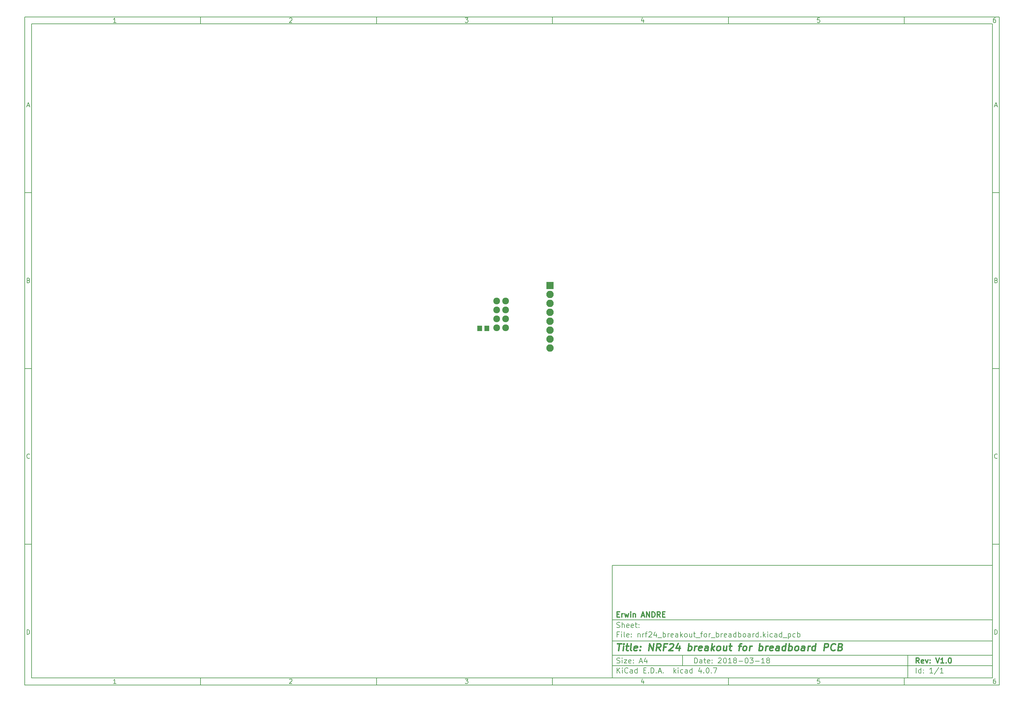
<source format=gts>
G04 #@! TF.FileFunction,Soldermask,Top*
%FSLAX46Y46*%
G04 Gerber Fmt 4.6, Leading zero omitted, Abs format (unit mm)*
G04 Created by KiCad (PCBNEW 4.0.7) date 03/19/18 18:58:34*
%MOMM*%
%LPD*%
G01*
G04 APERTURE LIST*
%ADD10C,0.100000*%
%ADD11C,0.150000*%
%ADD12C,0.300000*%
%ADD13C,0.400000*%
%ADD14C,1.924000*%
%ADD15R,2.100000X2.100000*%
%ADD16O,2.100000X2.100000*%
%ADD17R,1.400000X1.650000*%
G04 APERTURE END LIST*
D10*
D11*
X177002200Y-166007200D02*
X177002200Y-198007200D01*
X285002200Y-198007200D01*
X285002200Y-166007200D01*
X177002200Y-166007200D01*
D10*
D11*
X10000000Y-10000000D02*
X10000000Y-200007200D01*
X287002200Y-200007200D01*
X287002200Y-10000000D01*
X10000000Y-10000000D01*
D10*
D11*
X12000000Y-12000000D02*
X12000000Y-198007200D01*
X285002200Y-198007200D01*
X285002200Y-12000000D01*
X12000000Y-12000000D01*
D10*
D11*
X60000000Y-12000000D02*
X60000000Y-10000000D01*
D10*
D11*
X110000000Y-12000000D02*
X110000000Y-10000000D01*
D10*
D11*
X160000000Y-12000000D02*
X160000000Y-10000000D01*
D10*
D11*
X210000000Y-12000000D02*
X210000000Y-10000000D01*
D10*
D11*
X260000000Y-12000000D02*
X260000000Y-10000000D01*
D10*
D11*
X35990476Y-11588095D02*
X35247619Y-11588095D01*
X35619048Y-11588095D02*
X35619048Y-10288095D01*
X35495238Y-10473810D01*
X35371429Y-10597619D01*
X35247619Y-10659524D01*
D10*
D11*
X85247619Y-10411905D02*
X85309524Y-10350000D01*
X85433333Y-10288095D01*
X85742857Y-10288095D01*
X85866667Y-10350000D01*
X85928571Y-10411905D01*
X85990476Y-10535714D01*
X85990476Y-10659524D01*
X85928571Y-10845238D01*
X85185714Y-11588095D01*
X85990476Y-11588095D01*
D10*
D11*
X135185714Y-10288095D02*
X135990476Y-10288095D01*
X135557143Y-10783333D01*
X135742857Y-10783333D01*
X135866667Y-10845238D01*
X135928571Y-10907143D01*
X135990476Y-11030952D01*
X135990476Y-11340476D01*
X135928571Y-11464286D01*
X135866667Y-11526190D01*
X135742857Y-11588095D01*
X135371429Y-11588095D01*
X135247619Y-11526190D01*
X135185714Y-11464286D01*
D10*
D11*
X185866667Y-10721429D02*
X185866667Y-11588095D01*
X185557143Y-10226190D02*
X185247619Y-11154762D01*
X186052381Y-11154762D01*
D10*
D11*
X235928571Y-10288095D02*
X235309524Y-10288095D01*
X235247619Y-10907143D01*
X235309524Y-10845238D01*
X235433333Y-10783333D01*
X235742857Y-10783333D01*
X235866667Y-10845238D01*
X235928571Y-10907143D01*
X235990476Y-11030952D01*
X235990476Y-11340476D01*
X235928571Y-11464286D01*
X235866667Y-11526190D01*
X235742857Y-11588095D01*
X235433333Y-11588095D01*
X235309524Y-11526190D01*
X235247619Y-11464286D01*
D10*
D11*
X285866667Y-10288095D02*
X285619048Y-10288095D01*
X285495238Y-10350000D01*
X285433333Y-10411905D01*
X285309524Y-10597619D01*
X285247619Y-10845238D01*
X285247619Y-11340476D01*
X285309524Y-11464286D01*
X285371429Y-11526190D01*
X285495238Y-11588095D01*
X285742857Y-11588095D01*
X285866667Y-11526190D01*
X285928571Y-11464286D01*
X285990476Y-11340476D01*
X285990476Y-11030952D01*
X285928571Y-10907143D01*
X285866667Y-10845238D01*
X285742857Y-10783333D01*
X285495238Y-10783333D01*
X285371429Y-10845238D01*
X285309524Y-10907143D01*
X285247619Y-11030952D01*
D10*
D11*
X60000000Y-198007200D02*
X60000000Y-200007200D01*
D10*
D11*
X110000000Y-198007200D02*
X110000000Y-200007200D01*
D10*
D11*
X160000000Y-198007200D02*
X160000000Y-200007200D01*
D10*
D11*
X210000000Y-198007200D02*
X210000000Y-200007200D01*
D10*
D11*
X260000000Y-198007200D02*
X260000000Y-200007200D01*
D10*
D11*
X35990476Y-199595295D02*
X35247619Y-199595295D01*
X35619048Y-199595295D02*
X35619048Y-198295295D01*
X35495238Y-198481010D01*
X35371429Y-198604819D01*
X35247619Y-198666724D01*
D10*
D11*
X85247619Y-198419105D02*
X85309524Y-198357200D01*
X85433333Y-198295295D01*
X85742857Y-198295295D01*
X85866667Y-198357200D01*
X85928571Y-198419105D01*
X85990476Y-198542914D01*
X85990476Y-198666724D01*
X85928571Y-198852438D01*
X85185714Y-199595295D01*
X85990476Y-199595295D01*
D10*
D11*
X135185714Y-198295295D02*
X135990476Y-198295295D01*
X135557143Y-198790533D01*
X135742857Y-198790533D01*
X135866667Y-198852438D01*
X135928571Y-198914343D01*
X135990476Y-199038152D01*
X135990476Y-199347676D01*
X135928571Y-199471486D01*
X135866667Y-199533390D01*
X135742857Y-199595295D01*
X135371429Y-199595295D01*
X135247619Y-199533390D01*
X135185714Y-199471486D01*
D10*
D11*
X185866667Y-198728629D02*
X185866667Y-199595295D01*
X185557143Y-198233390D02*
X185247619Y-199161962D01*
X186052381Y-199161962D01*
D10*
D11*
X235928571Y-198295295D02*
X235309524Y-198295295D01*
X235247619Y-198914343D01*
X235309524Y-198852438D01*
X235433333Y-198790533D01*
X235742857Y-198790533D01*
X235866667Y-198852438D01*
X235928571Y-198914343D01*
X235990476Y-199038152D01*
X235990476Y-199347676D01*
X235928571Y-199471486D01*
X235866667Y-199533390D01*
X235742857Y-199595295D01*
X235433333Y-199595295D01*
X235309524Y-199533390D01*
X235247619Y-199471486D01*
D10*
D11*
X285866667Y-198295295D02*
X285619048Y-198295295D01*
X285495238Y-198357200D01*
X285433333Y-198419105D01*
X285309524Y-198604819D01*
X285247619Y-198852438D01*
X285247619Y-199347676D01*
X285309524Y-199471486D01*
X285371429Y-199533390D01*
X285495238Y-199595295D01*
X285742857Y-199595295D01*
X285866667Y-199533390D01*
X285928571Y-199471486D01*
X285990476Y-199347676D01*
X285990476Y-199038152D01*
X285928571Y-198914343D01*
X285866667Y-198852438D01*
X285742857Y-198790533D01*
X285495238Y-198790533D01*
X285371429Y-198852438D01*
X285309524Y-198914343D01*
X285247619Y-199038152D01*
D10*
D11*
X10000000Y-60000000D02*
X12000000Y-60000000D01*
D10*
D11*
X10000000Y-110000000D02*
X12000000Y-110000000D01*
D10*
D11*
X10000000Y-160000000D02*
X12000000Y-160000000D01*
D10*
D11*
X10690476Y-35216667D02*
X11309524Y-35216667D01*
X10566667Y-35588095D02*
X11000000Y-34288095D01*
X11433333Y-35588095D01*
D10*
D11*
X11092857Y-84907143D02*
X11278571Y-84969048D01*
X11340476Y-85030952D01*
X11402381Y-85154762D01*
X11402381Y-85340476D01*
X11340476Y-85464286D01*
X11278571Y-85526190D01*
X11154762Y-85588095D01*
X10659524Y-85588095D01*
X10659524Y-84288095D01*
X11092857Y-84288095D01*
X11216667Y-84350000D01*
X11278571Y-84411905D01*
X11340476Y-84535714D01*
X11340476Y-84659524D01*
X11278571Y-84783333D01*
X11216667Y-84845238D01*
X11092857Y-84907143D01*
X10659524Y-84907143D01*
D10*
D11*
X11402381Y-135464286D02*
X11340476Y-135526190D01*
X11154762Y-135588095D01*
X11030952Y-135588095D01*
X10845238Y-135526190D01*
X10721429Y-135402381D01*
X10659524Y-135278571D01*
X10597619Y-135030952D01*
X10597619Y-134845238D01*
X10659524Y-134597619D01*
X10721429Y-134473810D01*
X10845238Y-134350000D01*
X11030952Y-134288095D01*
X11154762Y-134288095D01*
X11340476Y-134350000D01*
X11402381Y-134411905D01*
D10*
D11*
X10659524Y-185588095D02*
X10659524Y-184288095D01*
X10969048Y-184288095D01*
X11154762Y-184350000D01*
X11278571Y-184473810D01*
X11340476Y-184597619D01*
X11402381Y-184845238D01*
X11402381Y-185030952D01*
X11340476Y-185278571D01*
X11278571Y-185402381D01*
X11154762Y-185526190D01*
X10969048Y-185588095D01*
X10659524Y-185588095D01*
D10*
D11*
X287002200Y-60000000D02*
X285002200Y-60000000D01*
D10*
D11*
X287002200Y-110000000D02*
X285002200Y-110000000D01*
D10*
D11*
X287002200Y-160000000D02*
X285002200Y-160000000D01*
D10*
D11*
X285692676Y-35216667D02*
X286311724Y-35216667D01*
X285568867Y-35588095D02*
X286002200Y-34288095D01*
X286435533Y-35588095D01*
D10*
D11*
X286095057Y-84907143D02*
X286280771Y-84969048D01*
X286342676Y-85030952D01*
X286404581Y-85154762D01*
X286404581Y-85340476D01*
X286342676Y-85464286D01*
X286280771Y-85526190D01*
X286156962Y-85588095D01*
X285661724Y-85588095D01*
X285661724Y-84288095D01*
X286095057Y-84288095D01*
X286218867Y-84350000D01*
X286280771Y-84411905D01*
X286342676Y-84535714D01*
X286342676Y-84659524D01*
X286280771Y-84783333D01*
X286218867Y-84845238D01*
X286095057Y-84907143D01*
X285661724Y-84907143D01*
D10*
D11*
X286404581Y-135464286D02*
X286342676Y-135526190D01*
X286156962Y-135588095D01*
X286033152Y-135588095D01*
X285847438Y-135526190D01*
X285723629Y-135402381D01*
X285661724Y-135278571D01*
X285599819Y-135030952D01*
X285599819Y-134845238D01*
X285661724Y-134597619D01*
X285723629Y-134473810D01*
X285847438Y-134350000D01*
X286033152Y-134288095D01*
X286156962Y-134288095D01*
X286342676Y-134350000D01*
X286404581Y-134411905D01*
D10*
D11*
X285661724Y-185588095D02*
X285661724Y-184288095D01*
X285971248Y-184288095D01*
X286156962Y-184350000D01*
X286280771Y-184473810D01*
X286342676Y-184597619D01*
X286404581Y-184845238D01*
X286404581Y-185030952D01*
X286342676Y-185278571D01*
X286280771Y-185402381D01*
X286156962Y-185526190D01*
X285971248Y-185588095D01*
X285661724Y-185588095D01*
D10*
D11*
X200359343Y-193785771D02*
X200359343Y-192285771D01*
X200716486Y-192285771D01*
X200930771Y-192357200D01*
X201073629Y-192500057D01*
X201145057Y-192642914D01*
X201216486Y-192928629D01*
X201216486Y-193142914D01*
X201145057Y-193428629D01*
X201073629Y-193571486D01*
X200930771Y-193714343D01*
X200716486Y-193785771D01*
X200359343Y-193785771D01*
X202502200Y-193785771D02*
X202502200Y-193000057D01*
X202430771Y-192857200D01*
X202287914Y-192785771D01*
X202002200Y-192785771D01*
X201859343Y-192857200D01*
X202502200Y-193714343D02*
X202359343Y-193785771D01*
X202002200Y-193785771D01*
X201859343Y-193714343D01*
X201787914Y-193571486D01*
X201787914Y-193428629D01*
X201859343Y-193285771D01*
X202002200Y-193214343D01*
X202359343Y-193214343D01*
X202502200Y-193142914D01*
X203002200Y-192785771D02*
X203573629Y-192785771D01*
X203216486Y-192285771D02*
X203216486Y-193571486D01*
X203287914Y-193714343D01*
X203430772Y-193785771D01*
X203573629Y-193785771D01*
X204645057Y-193714343D02*
X204502200Y-193785771D01*
X204216486Y-193785771D01*
X204073629Y-193714343D01*
X204002200Y-193571486D01*
X204002200Y-193000057D01*
X204073629Y-192857200D01*
X204216486Y-192785771D01*
X204502200Y-192785771D01*
X204645057Y-192857200D01*
X204716486Y-193000057D01*
X204716486Y-193142914D01*
X204002200Y-193285771D01*
X205359343Y-193642914D02*
X205430771Y-193714343D01*
X205359343Y-193785771D01*
X205287914Y-193714343D01*
X205359343Y-193642914D01*
X205359343Y-193785771D01*
X205359343Y-192857200D02*
X205430771Y-192928629D01*
X205359343Y-193000057D01*
X205287914Y-192928629D01*
X205359343Y-192857200D01*
X205359343Y-193000057D01*
X207145057Y-192428629D02*
X207216486Y-192357200D01*
X207359343Y-192285771D01*
X207716486Y-192285771D01*
X207859343Y-192357200D01*
X207930772Y-192428629D01*
X208002200Y-192571486D01*
X208002200Y-192714343D01*
X207930772Y-192928629D01*
X207073629Y-193785771D01*
X208002200Y-193785771D01*
X208930771Y-192285771D02*
X209073628Y-192285771D01*
X209216485Y-192357200D01*
X209287914Y-192428629D01*
X209359343Y-192571486D01*
X209430771Y-192857200D01*
X209430771Y-193214343D01*
X209359343Y-193500057D01*
X209287914Y-193642914D01*
X209216485Y-193714343D01*
X209073628Y-193785771D01*
X208930771Y-193785771D01*
X208787914Y-193714343D01*
X208716485Y-193642914D01*
X208645057Y-193500057D01*
X208573628Y-193214343D01*
X208573628Y-192857200D01*
X208645057Y-192571486D01*
X208716485Y-192428629D01*
X208787914Y-192357200D01*
X208930771Y-192285771D01*
X210859342Y-193785771D02*
X210002199Y-193785771D01*
X210430771Y-193785771D02*
X210430771Y-192285771D01*
X210287914Y-192500057D01*
X210145056Y-192642914D01*
X210002199Y-192714343D01*
X211716485Y-192928629D02*
X211573627Y-192857200D01*
X211502199Y-192785771D01*
X211430770Y-192642914D01*
X211430770Y-192571486D01*
X211502199Y-192428629D01*
X211573627Y-192357200D01*
X211716485Y-192285771D01*
X212002199Y-192285771D01*
X212145056Y-192357200D01*
X212216485Y-192428629D01*
X212287913Y-192571486D01*
X212287913Y-192642914D01*
X212216485Y-192785771D01*
X212145056Y-192857200D01*
X212002199Y-192928629D01*
X211716485Y-192928629D01*
X211573627Y-193000057D01*
X211502199Y-193071486D01*
X211430770Y-193214343D01*
X211430770Y-193500057D01*
X211502199Y-193642914D01*
X211573627Y-193714343D01*
X211716485Y-193785771D01*
X212002199Y-193785771D01*
X212145056Y-193714343D01*
X212216485Y-193642914D01*
X212287913Y-193500057D01*
X212287913Y-193214343D01*
X212216485Y-193071486D01*
X212145056Y-193000057D01*
X212002199Y-192928629D01*
X212930770Y-193214343D02*
X214073627Y-193214343D01*
X215073627Y-192285771D02*
X215216484Y-192285771D01*
X215359341Y-192357200D01*
X215430770Y-192428629D01*
X215502199Y-192571486D01*
X215573627Y-192857200D01*
X215573627Y-193214343D01*
X215502199Y-193500057D01*
X215430770Y-193642914D01*
X215359341Y-193714343D01*
X215216484Y-193785771D01*
X215073627Y-193785771D01*
X214930770Y-193714343D01*
X214859341Y-193642914D01*
X214787913Y-193500057D01*
X214716484Y-193214343D01*
X214716484Y-192857200D01*
X214787913Y-192571486D01*
X214859341Y-192428629D01*
X214930770Y-192357200D01*
X215073627Y-192285771D01*
X216073627Y-192285771D02*
X217002198Y-192285771D01*
X216502198Y-192857200D01*
X216716484Y-192857200D01*
X216859341Y-192928629D01*
X216930770Y-193000057D01*
X217002198Y-193142914D01*
X217002198Y-193500057D01*
X216930770Y-193642914D01*
X216859341Y-193714343D01*
X216716484Y-193785771D01*
X216287912Y-193785771D01*
X216145055Y-193714343D01*
X216073627Y-193642914D01*
X217645055Y-193214343D02*
X218787912Y-193214343D01*
X220287912Y-193785771D02*
X219430769Y-193785771D01*
X219859341Y-193785771D02*
X219859341Y-192285771D01*
X219716484Y-192500057D01*
X219573626Y-192642914D01*
X219430769Y-192714343D01*
X221145055Y-192928629D02*
X221002197Y-192857200D01*
X220930769Y-192785771D01*
X220859340Y-192642914D01*
X220859340Y-192571486D01*
X220930769Y-192428629D01*
X221002197Y-192357200D01*
X221145055Y-192285771D01*
X221430769Y-192285771D01*
X221573626Y-192357200D01*
X221645055Y-192428629D01*
X221716483Y-192571486D01*
X221716483Y-192642914D01*
X221645055Y-192785771D01*
X221573626Y-192857200D01*
X221430769Y-192928629D01*
X221145055Y-192928629D01*
X221002197Y-193000057D01*
X220930769Y-193071486D01*
X220859340Y-193214343D01*
X220859340Y-193500057D01*
X220930769Y-193642914D01*
X221002197Y-193714343D01*
X221145055Y-193785771D01*
X221430769Y-193785771D01*
X221573626Y-193714343D01*
X221645055Y-193642914D01*
X221716483Y-193500057D01*
X221716483Y-193214343D01*
X221645055Y-193071486D01*
X221573626Y-193000057D01*
X221430769Y-192928629D01*
D10*
D11*
X177002200Y-194507200D02*
X285002200Y-194507200D01*
D10*
D11*
X178359343Y-196585771D02*
X178359343Y-195085771D01*
X179216486Y-196585771D02*
X178573629Y-195728629D01*
X179216486Y-195085771D02*
X178359343Y-195942914D01*
X179859343Y-196585771D02*
X179859343Y-195585771D01*
X179859343Y-195085771D02*
X179787914Y-195157200D01*
X179859343Y-195228629D01*
X179930771Y-195157200D01*
X179859343Y-195085771D01*
X179859343Y-195228629D01*
X181430772Y-196442914D02*
X181359343Y-196514343D01*
X181145057Y-196585771D01*
X181002200Y-196585771D01*
X180787915Y-196514343D01*
X180645057Y-196371486D01*
X180573629Y-196228629D01*
X180502200Y-195942914D01*
X180502200Y-195728629D01*
X180573629Y-195442914D01*
X180645057Y-195300057D01*
X180787915Y-195157200D01*
X181002200Y-195085771D01*
X181145057Y-195085771D01*
X181359343Y-195157200D01*
X181430772Y-195228629D01*
X182716486Y-196585771D02*
X182716486Y-195800057D01*
X182645057Y-195657200D01*
X182502200Y-195585771D01*
X182216486Y-195585771D01*
X182073629Y-195657200D01*
X182716486Y-196514343D02*
X182573629Y-196585771D01*
X182216486Y-196585771D01*
X182073629Y-196514343D01*
X182002200Y-196371486D01*
X182002200Y-196228629D01*
X182073629Y-196085771D01*
X182216486Y-196014343D01*
X182573629Y-196014343D01*
X182716486Y-195942914D01*
X184073629Y-196585771D02*
X184073629Y-195085771D01*
X184073629Y-196514343D02*
X183930772Y-196585771D01*
X183645058Y-196585771D01*
X183502200Y-196514343D01*
X183430772Y-196442914D01*
X183359343Y-196300057D01*
X183359343Y-195871486D01*
X183430772Y-195728629D01*
X183502200Y-195657200D01*
X183645058Y-195585771D01*
X183930772Y-195585771D01*
X184073629Y-195657200D01*
X185930772Y-195800057D02*
X186430772Y-195800057D01*
X186645058Y-196585771D02*
X185930772Y-196585771D01*
X185930772Y-195085771D01*
X186645058Y-195085771D01*
X187287915Y-196442914D02*
X187359343Y-196514343D01*
X187287915Y-196585771D01*
X187216486Y-196514343D01*
X187287915Y-196442914D01*
X187287915Y-196585771D01*
X188002201Y-196585771D02*
X188002201Y-195085771D01*
X188359344Y-195085771D01*
X188573629Y-195157200D01*
X188716487Y-195300057D01*
X188787915Y-195442914D01*
X188859344Y-195728629D01*
X188859344Y-195942914D01*
X188787915Y-196228629D01*
X188716487Y-196371486D01*
X188573629Y-196514343D01*
X188359344Y-196585771D01*
X188002201Y-196585771D01*
X189502201Y-196442914D02*
X189573629Y-196514343D01*
X189502201Y-196585771D01*
X189430772Y-196514343D01*
X189502201Y-196442914D01*
X189502201Y-196585771D01*
X190145058Y-196157200D02*
X190859344Y-196157200D01*
X190002201Y-196585771D02*
X190502201Y-195085771D01*
X191002201Y-196585771D01*
X191502201Y-196442914D02*
X191573629Y-196514343D01*
X191502201Y-196585771D01*
X191430772Y-196514343D01*
X191502201Y-196442914D01*
X191502201Y-196585771D01*
X194502201Y-196585771D02*
X194502201Y-195085771D01*
X194645058Y-196014343D02*
X195073629Y-196585771D01*
X195073629Y-195585771D02*
X194502201Y-196157200D01*
X195716487Y-196585771D02*
X195716487Y-195585771D01*
X195716487Y-195085771D02*
X195645058Y-195157200D01*
X195716487Y-195228629D01*
X195787915Y-195157200D01*
X195716487Y-195085771D01*
X195716487Y-195228629D01*
X197073630Y-196514343D02*
X196930773Y-196585771D01*
X196645059Y-196585771D01*
X196502201Y-196514343D01*
X196430773Y-196442914D01*
X196359344Y-196300057D01*
X196359344Y-195871486D01*
X196430773Y-195728629D01*
X196502201Y-195657200D01*
X196645059Y-195585771D01*
X196930773Y-195585771D01*
X197073630Y-195657200D01*
X198359344Y-196585771D02*
X198359344Y-195800057D01*
X198287915Y-195657200D01*
X198145058Y-195585771D01*
X197859344Y-195585771D01*
X197716487Y-195657200D01*
X198359344Y-196514343D02*
X198216487Y-196585771D01*
X197859344Y-196585771D01*
X197716487Y-196514343D01*
X197645058Y-196371486D01*
X197645058Y-196228629D01*
X197716487Y-196085771D01*
X197859344Y-196014343D01*
X198216487Y-196014343D01*
X198359344Y-195942914D01*
X199716487Y-196585771D02*
X199716487Y-195085771D01*
X199716487Y-196514343D02*
X199573630Y-196585771D01*
X199287916Y-196585771D01*
X199145058Y-196514343D01*
X199073630Y-196442914D01*
X199002201Y-196300057D01*
X199002201Y-195871486D01*
X199073630Y-195728629D01*
X199145058Y-195657200D01*
X199287916Y-195585771D01*
X199573630Y-195585771D01*
X199716487Y-195657200D01*
X202216487Y-195585771D02*
X202216487Y-196585771D01*
X201859344Y-195014343D02*
X201502201Y-196085771D01*
X202430773Y-196085771D01*
X203002201Y-196442914D02*
X203073629Y-196514343D01*
X203002201Y-196585771D01*
X202930772Y-196514343D01*
X203002201Y-196442914D01*
X203002201Y-196585771D01*
X204002201Y-195085771D02*
X204145058Y-195085771D01*
X204287915Y-195157200D01*
X204359344Y-195228629D01*
X204430773Y-195371486D01*
X204502201Y-195657200D01*
X204502201Y-196014343D01*
X204430773Y-196300057D01*
X204359344Y-196442914D01*
X204287915Y-196514343D01*
X204145058Y-196585771D01*
X204002201Y-196585771D01*
X203859344Y-196514343D01*
X203787915Y-196442914D01*
X203716487Y-196300057D01*
X203645058Y-196014343D01*
X203645058Y-195657200D01*
X203716487Y-195371486D01*
X203787915Y-195228629D01*
X203859344Y-195157200D01*
X204002201Y-195085771D01*
X205145058Y-196442914D02*
X205216486Y-196514343D01*
X205145058Y-196585771D01*
X205073629Y-196514343D01*
X205145058Y-196442914D01*
X205145058Y-196585771D01*
X205716487Y-195085771D02*
X206716487Y-195085771D01*
X206073630Y-196585771D01*
D10*
D11*
X177002200Y-191507200D02*
X285002200Y-191507200D01*
D10*
D12*
X264216486Y-193785771D02*
X263716486Y-193071486D01*
X263359343Y-193785771D02*
X263359343Y-192285771D01*
X263930771Y-192285771D01*
X264073629Y-192357200D01*
X264145057Y-192428629D01*
X264216486Y-192571486D01*
X264216486Y-192785771D01*
X264145057Y-192928629D01*
X264073629Y-193000057D01*
X263930771Y-193071486D01*
X263359343Y-193071486D01*
X265430771Y-193714343D02*
X265287914Y-193785771D01*
X265002200Y-193785771D01*
X264859343Y-193714343D01*
X264787914Y-193571486D01*
X264787914Y-193000057D01*
X264859343Y-192857200D01*
X265002200Y-192785771D01*
X265287914Y-192785771D01*
X265430771Y-192857200D01*
X265502200Y-193000057D01*
X265502200Y-193142914D01*
X264787914Y-193285771D01*
X266002200Y-192785771D02*
X266359343Y-193785771D01*
X266716485Y-192785771D01*
X267287914Y-193642914D02*
X267359342Y-193714343D01*
X267287914Y-193785771D01*
X267216485Y-193714343D01*
X267287914Y-193642914D01*
X267287914Y-193785771D01*
X267287914Y-192857200D02*
X267359342Y-192928629D01*
X267287914Y-193000057D01*
X267216485Y-192928629D01*
X267287914Y-192857200D01*
X267287914Y-193000057D01*
X268930771Y-192285771D02*
X269430771Y-193785771D01*
X269930771Y-192285771D01*
X271216485Y-193785771D02*
X270359342Y-193785771D01*
X270787914Y-193785771D02*
X270787914Y-192285771D01*
X270645057Y-192500057D01*
X270502199Y-192642914D01*
X270359342Y-192714343D01*
X271859342Y-193642914D02*
X271930770Y-193714343D01*
X271859342Y-193785771D01*
X271787913Y-193714343D01*
X271859342Y-193642914D01*
X271859342Y-193785771D01*
X272859342Y-192285771D02*
X273002199Y-192285771D01*
X273145056Y-192357200D01*
X273216485Y-192428629D01*
X273287914Y-192571486D01*
X273359342Y-192857200D01*
X273359342Y-193214343D01*
X273287914Y-193500057D01*
X273216485Y-193642914D01*
X273145056Y-193714343D01*
X273002199Y-193785771D01*
X272859342Y-193785771D01*
X272716485Y-193714343D01*
X272645056Y-193642914D01*
X272573628Y-193500057D01*
X272502199Y-193214343D01*
X272502199Y-192857200D01*
X272573628Y-192571486D01*
X272645056Y-192428629D01*
X272716485Y-192357200D01*
X272859342Y-192285771D01*
D10*
D11*
X178287914Y-193714343D02*
X178502200Y-193785771D01*
X178859343Y-193785771D01*
X179002200Y-193714343D01*
X179073629Y-193642914D01*
X179145057Y-193500057D01*
X179145057Y-193357200D01*
X179073629Y-193214343D01*
X179002200Y-193142914D01*
X178859343Y-193071486D01*
X178573629Y-193000057D01*
X178430771Y-192928629D01*
X178359343Y-192857200D01*
X178287914Y-192714343D01*
X178287914Y-192571486D01*
X178359343Y-192428629D01*
X178430771Y-192357200D01*
X178573629Y-192285771D01*
X178930771Y-192285771D01*
X179145057Y-192357200D01*
X179787914Y-193785771D02*
X179787914Y-192785771D01*
X179787914Y-192285771D02*
X179716485Y-192357200D01*
X179787914Y-192428629D01*
X179859342Y-192357200D01*
X179787914Y-192285771D01*
X179787914Y-192428629D01*
X180359343Y-192785771D02*
X181145057Y-192785771D01*
X180359343Y-193785771D01*
X181145057Y-193785771D01*
X182287914Y-193714343D02*
X182145057Y-193785771D01*
X181859343Y-193785771D01*
X181716486Y-193714343D01*
X181645057Y-193571486D01*
X181645057Y-193000057D01*
X181716486Y-192857200D01*
X181859343Y-192785771D01*
X182145057Y-192785771D01*
X182287914Y-192857200D01*
X182359343Y-193000057D01*
X182359343Y-193142914D01*
X181645057Y-193285771D01*
X183002200Y-193642914D02*
X183073628Y-193714343D01*
X183002200Y-193785771D01*
X182930771Y-193714343D01*
X183002200Y-193642914D01*
X183002200Y-193785771D01*
X183002200Y-192857200D02*
X183073628Y-192928629D01*
X183002200Y-193000057D01*
X182930771Y-192928629D01*
X183002200Y-192857200D01*
X183002200Y-193000057D01*
X184787914Y-193357200D02*
X185502200Y-193357200D01*
X184645057Y-193785771D02*
X185145057Y-192285771D01*
X185645057Y-193785771D01*
X186787914Y-192785771D02*
X186787914Y-193785771D01*
X186430771Y-192214343D02*
X186073628Y-193285771D01*
X187002200Y-193285771D01*
D10*
D11*
X263359343Y-196585771D02*
X263359343Y-195085771D01*
X264716486Y-196585771D02*
X264716486Y-195085771D01*
X264716486Y-196514343D02*
X264573629Y-196585771D01*
X264287915Y-196585771D01*
X264145057Y-196514343D01*
X264073629Y-196442914D01*
X264002200Y-196300057D01*
X264002200Y-195871486D01*
X264073629Y-195728629D01*
X264145057Y-195657200D01*
X264287915Y-195585771D01*
X264573629Y-195585771D01*
X264716486Y-195657200D01*
X265430772Y-196442914D02*
X265502200Y-196514343D01*
X265430772Y-196585771D01*
X265359343Y-196514343D01*
X265430772Y-196442914D01*
X265430772Y-196585771D01*
X265430772Y-195657200D02*
X265502200Y-195728629D01*
X265430772Y-195800057D01*
X265359343Y-195728629D01*
X265430772Y-195657200D01*
X265430772Y-195800057D01*
X268073629Y-196585771D02*
X267216486Y-196585771D01*
X267645058Y-196585771D02*
X267645058Y-195085771D01*
X267502201Y-195300057D01*
X267359343Y-195442914D01*
X267216486Y-195514343D01*
X269787914Y-195014343D02*
X268502200Y-196942914D01*
X271073629Y-196585771D02*
X270216486Y-196585771D01*
X270645058Y-196585771D02*
X270645058Y-195085771D01*
X270502201Y-195300057D01*
X270359343Y-195442914D01*
X270216486Y-195514343D01*
D10*
D11*
X177002200Y-187507200D02*
X285002200Y-187507200D01*
D10*
D13*
X178454581Y-188211962D02*
X179597438Y-188211962D01*
X178776010Y-190211962D02*
X179026010Y-188211962D01*
X180014105Y-190211962D02*
X180180771Y-188878629D01*
X180264105Y-188211962D02*
X180156962Y-188307200D01*
X180240295Y-188402438D01*
X180347439Y-188307200D01*
X180264105Y-188211962D01*
X180240295Y-188402438D01*
X180847438Y-188878629D02*
X181609343Y-188878629D01*
X181216486Y-188211962D02*
X181002200Y-189926248D01*
X181073630Y-190116724D01*
X181252201Y-190211962D01*
X181442677Y-190211962D01*
X182395058Y-190211962D02*
X182216487Y-190116724D01*
X182145057Y-189926248D01*
X182359343Y-188211962D01*
X183930772Y-190116724D02*
X183728391Y-190211962D01*
X183347439Y-190211962D01*
X183168867Y-190116724D01*
X183097438Y-189926248D01*
X183192676Y-189164343D01*
X183311724Y-188973867D01*
X183514105Y-188878629D01*
X183895057Y-188878629D01*
X184073629Y-188973867D01*
X184145057Y-189164343D01*
X184121248Y-189354819D01*
X183145057Y-189545295D01*
X184895057Y-190021486D02*
X184978392Y-190116724D01*
X184871248Y-190211962D01*
X184787915Y-190116724D01*
X184895057Y-190021486D01*
X184871248Y-190211962D01*
X185026010Y-188973867D02*
X185109344Y-189069105D01*
X185002200Y-189164343D01*
X184918867Y-189069105D01*
X185026010Y-188973867D01*
X185002200Y-189164343D01*
X187347439Y-190211962D02*
X187597439Y-188211962D01*
X188490297Y-190211962D01*
X188740297Y-188211962D01*
X190585535Y-190211962D02*
X190037915Y-189259581D01*
X189442677Y-190211962D02*
X189692677Y-188211962D01*
X190454582Y-188211962D01*
X190633153Y-188307200D01*
X190716487Y-188402438D01*
X190787916Y-188592914D01*
X190752201Y-188878629D01*
X190633154Y-189069105D01*
X190526010Y-189164343D01*
X190323629Y-189259581D01*
X189561724Y-189259581D01*
X192240296Y-189164343D02*
X191573629Y-189164343D01*
X191442677Y-190211962D02*
X191692677Y-188211962D01*
X192645058Y-188211962D01*
X193287915Y-188402438D02*
X193395058Y-188307200D01*
X193597440Y-188211962D01*
X194073630Y-188211962D01*
X194252201Y-188307200D01*
X194335534Y-188402438D01*
X194406964Y-188592914D01*
X194383154Y-188783390D01*
X194252201Y-189069105D01*
X192966487Y-190211962D01*
X194204583Y-190211962D01*
X196085534Y-188878629D02*
X195918868Y-190211962D01*
X195704583Y-188116724D02*
X195049820Y-189545295D01*
X196287916Y-189545295D01*
X198490297Y-190211962D02*
X198740297Y-188211962D01*
X198645059Y-188973867D02*
X198847440Y-188878629D01*
X199228392Y-188878629D01*
X199406964Y-188973867D01*
X199490297Y-189069105D01*
X199561725Y-189259581D01*
X199490297Y-189831010D01*
X199371249Y-190021486D01*
X199264107Y-190116724D01*
X199061726Y-190211962D01*
X198680774Y-190211962D01*
X198502202Y-190116724D01*
X200299821Y-190211962D02*
X200466487Y-188878629D01*
X200418868Y-189259581D02*
X200537917Y-189069105D01*
X200645060Y-188973867D01*
X200847440Y-188878629D01*
X201037916Y-188878629D01*
X202311726Y-190116724D02*
X202109345Y-190211962D01*
X201728393Y-190211962D01*
X201549821Y-190116724D01*
X201478392Y-189926248D01*
X201573630Y-189164343D01*
X201692678Y-188973867D01*
X201895059Y-188878629D01*
X202276011Y-188878629D01*
X202454583Y-188973867D01*
X202526011Y-189164343D01*
X202502202Y-189354819D01*
X201526011Y-189545295D01*
X204109345Y-190211962D02*
X204240297Y-189164343D01*
X204168869Y-188973867D01*
X203990297Y-188878629D01*
X203609345Y-188878629D01*
X203406964Y-188973867D01*
X204121250Y-190116724D02*
X203918869Y-190211962D01*
X203442679Y-190211962D01*
X203264107Y-190116724D01*
X203192678Y-189926248D01*
X203216488Y-189735771D01*
X203335535Y-189545295D01*
X203537917Y-189450057D01*
X204014107Y-189450057D01*
X204216488Y-189354819D01*
X205061726Y-190211962D02*
X205311726Y-188211962D01*
X205347441Y-189450057D02*
X205823631Y-190211962D01*
X205990297Y-188878629D02*
X205133154Y-189640533D01*
X206966489Y-190211962D02*
X206787918Y-190116724D01*
X206704583Y-190021486D01*
X206633155Y-189831010D01*
X206704583Y-189259581D01*
X206823631Y-189069105D01*
X206930775Y-188973867D01*
X207133155Y-188878629D01*
X207418869Y-188878629D01*
X207597441Y-188973867D01*
X207680774Y-189069105D01*
X207752202Y-189259581D01*
X207680774Y-189831010D01*
X207561726Y-190021486D01*
X207454584Y-190116724D01*
X207252203Y-190211962D01*
X206966489Y-190211962D01*
X209514107Y-188878629D02*
X209347441Y-190211962D01*
X208656964Y-188878629D02*
X208526012Y-189926248D01*
X208597442Y-190116724D01*
X208776013Y-190211962D01*
X209061727Y-190211962D01*
X209264108Y-190116724D01*
X209371250Y-190021486D01*
X210180774Y-188878629D02*
X210942679Y-188878629D01*
X210549822Y-188211962D02*
X210335536Y-189926248D01*
X210406966Y-190116724D01*
X210585537Y-190211962D01*
X210776013Y-190211962D01*
X212847441Y-188878629D02*
X213609346Y-188878629D01*
X212966489Y-190211962D02*
X213180775Y-188497676D01*
X213299823Y-188307200D01*
X213502204Y-188211962D01*
X213692680Y-188211962D01*
X214395061Y-190211962D02*
X214216490Y-190116724D01*
X214133155Y-190021486D01*
X214061727Y-189831010D01*
X214133155Y-189259581D01*
X214252203Y-189069105D01*
X214359347Y-188973867D01*
X214561727Y-188878629D01*
X214847441Y-188878629D01*
X215026013Y-188973867D01*
X215109346Y-189069105D01*
X215180774Y-189259581D01*
X215109346Y-189831010D01*
X214990298Y-190021486D01*
X214883156Y-190116724D01*
X214680775Y-190211962D01*
X214395061Y-190211962D01*
X215918870Y-190211962D02*
X216085536Y-188878629D01*
X216037917Y-189259581D02*
X216156966Y-189069105D01*
X216264109Y-188973867D01*
X216466489Y-188878629D01*
X216656965Y-188878629D01*
X218680775Y-190211962D02*
X218930775Y-188211962D01*
X218835537Y-188973867D02*
X219037918Y-188878629D01*
X219418870Y-188878629D01*
X219597442Y-188973867D01*
X219680775Y-189069105D01*
X219752203Y-189259581D01*
X219680775Y-189831010D01*
X219561727Y-190021486D01*
X219454585Y-190116724D01*
X219252204Y-190211962D01*
X218871252Y-190211962D01*
X218692680Y-190116724D01*
X220490299Y-190211962D02*
X220656965Y-188878629D01*
X220609346Y-189259581D02*
X220728395Y-189069105D01*
X220835538Y-188973867D01*
X221037918Y-188878629D01*
X221228394Y-188878629D01*
X222502204Y-190116724D02*
X222299823Y-190211962D01*
X221918871Y-190211962D01*
X221740299Y-190116724D01*
X221668870Y-189926248D01*
X221764108Y-189164343D01*
X221883156Y-188973867D01*
X222085537Y-188878629D01*
X222466489Y-188878629D01*
X222645061Y-188973867D01*
X222716489Y-189164343D01*
X222692680Y-189354819D01*
X221716489Y-189545295D01*
X224299823Y-190211962D02*
X224430775Y-189164343D01*
X224359347Y-188973867D01*
X224180775Y-188878629D01*
X223799823Y-188878629D01*
X223597442Y-188973867D01*
X224311728Y-190116724D02*
X224109347Y-190211962D01*
X223633157Y-190211962D01*
X223454585Y-190116724D01*
X223383156Y-189926248D01*
X223406966Y-189735771D01*
X223526013Y-189545295D01*
X223728395Y-189450057D01*
X224204585Y-189450057D01*
X224406966Y-189354819D01*
X226109347Y-190211962D02*
X226359347Y-188211962D01*
X226121252Y-190116724D02*
X225918871Y-190211962D01*
X225537919Y-190211962D01*
X225359348Y-190116724D01*
X225276013Y-190021486D01*
X225204585Y-189831010D01*
X225276013Y-189259581D01*
X225395061Y-189069105D01*
X225502205Y-188973867D01*
X225704585Y-188878629D01*
X226085537Y-188878629D01*
X226264109Y-188973867D01*
X227061728Y-190211962D02*
X227311728Y-188211962D01*
X227216490Y-188973867D02*
X227418871Y-188878629D01*
X227799823Y-188878629D01*
X227978395Y-188973867D01*
X228061728Y-189069105D01*
X228133156Y-189259581D01*
X228061728Y-189831010D01*
X227942680Y-190021486D01*
X227835538Y-190116724D01*
X227633157Y-190211962D01*
X227252205Y-190211962D01*
X227073633Y-190116724D01*
X229156967Y-190211962D02*
X228978396Y-190116724D01*
X228895061Y-190021486D01*
X228823633Y-189831010D01*
X228895061Y-189259581D01*
X229014109Y-189069105D01*
X229121253Y-188973867D01*
X229323633Y-188878629D01*
X229609347Y-188878629D01*
X229787919Y-188973867D01*
X229871252Y-189069105D01*
X229942680Y-189259581D01*
X229871252Y-189831010D01*
X229752204Y-190021486D01*
X229645062Y-190116724D01*
X229442681Y-190211962D01*
X229156967Y-190211962D01*
X231537919Y-190211962D02*
X231668871Y-189164343D01*
X231597443Y-188973867D01*
X231418871Y-188878629D01*
X231037919Y-188878629D01*
X230835538Y-188973867D01*
X231549824Y-190116724D02*
X231347443Y-190211962D01*
X230871253Y-190211962D01*
X230692681Y-190116724D01*
X230621252Y-189926248D01*
X230645062Y-189735771D01*
X230764109Y-189545295D01*
X230966491Y-189450057D01*
X231442681Y-189450057D01*
X231645062Y-189354819D01*
X232490300Y-190211962D02*
X232656966Y-188878629D01*
X232609347Y-189259581D02*
X232728396Y-189069105D01*
X232835539Y-188973867D01*
X233037919Y-188878629D01*
X233228395Y-188878629D01*
X234585538Y-190211962D02*
X234835538Y-188211962D01*
X234597443Y-190116724D02*
X234395062Y-190211962D01*
X234014110Y-190211962D01*
X233835539Y-190116724D01*
X233752204Y-190021486D01*
X233680776Y-189831010D01*
X233752204Y-189259581D01*
X233871252Y-189069105D01*
X233978396Y-188973867D01*
X234180776Y-188878629D01*
X234561728Y-188878629D01*
X234740300Y-188973867D01*
X237061729Y-190211962D02*
X237311729Y-188211962D01*
X238073634Y-188211962D01*
X238252205Y-188307200D01*
X238335539Y-188402438D01*
X238406968Y-188592914D01*
X238371253Y-188878629D01*
X238252206Y-189069105D01*
X238145062Y-189164343D01*
X237942681Y-189259581D01*
X237180776Y-189259581D01*
X240228396Y-190021486D02*
X240121254Y-190116724D01*
X239823634Y-190211962D01*
X239633158Y-190211962D01*
X239359349Y-190116724D01*
X239192682Y-189926248D01*
X239121253Y-189735771D01*
X239073634Y-189354819D01*
X239109348Y-189069105D01*
X239252205Y-188688152D01*
X239371254Y-188497676D01*
X239585539Y-188307200D01*
X239883158Y-188211962D01*
X240073634Y-188211962D01*
X240347444Y-188307200D01*
X240430777Y-188402438D01*
X241859348Y-189164343D02*
X242133157Y-189259581D01*
X242216492Y-189354819D01*
X242287920Y-189545295D01*
X242252206Y-189831010D01*
X242133158Y-190021486D01*
X242026015Y-190116724D01*
X241823634Y-190211962D01*
X241061729Y-190211962D01*
X241311729Y-188211962D01*
X241978396Y-188211962D01*
X242156967Y-188307200D01*
X242240300Y-188402438D01*
X242311730Y-188592914D01*
X242287920Y-188783390D01*
X242168872Y-188973867D01*
X242061729Y-189069105D01*
X241859348Y-189164343D01*
X241192681Y-189164343D01*
D10*
D11*
X178859343Y-185600057D02*
X178359343Y-185600057D01*
X178359343Y-186385771D02*
X178359343Y-184885771D01*
X179073629Y-184885771D01*
X179645057Y-186385771D02*
X179645057Y-185385771D01*
X179645057Y-184885771D02*
X179573628Y-184957200D01*
X179645057Y-185028629D01*
X179716485Y-184957200D01*
X179645057Y-184885771D01*
X179645057Y-185028629D01*
X180573629Y-186385771D02*
X180430771Y-186314343D01*
X180359343Y-186171486D01*
X180359343Y-184885771D01*
X181716485Y-186314343D02*
X181573628Y-186385771D01*
X181287914Y-186385771D01*
X181145057Y-186314343D01*
X181073628Y-186171486D01*
X181073628Y-185600057D01*
X181145057Y-185457200D01*
X181287914Y-185385771D01*
X181573628Y-185385771D01*
X181716485Y-185457200D01*
X181787914Y-185600057D01*
X181787914Y-185742914D01*
X181073628Y-185885771D01*
X182430771Y-186242914D02*
X182502199Y-186314343D01*
X182430771Y-186385771D01*
X182359342Y-186314343D01*
X182430771Y-186242914D01*
X182430771Y-186385771D01*
X182430771Y-185457200D02*
X182502199Y-185528629D01*
X182430771Y-185600057D01*
X182359342Y-185528629D01*
X182430771Y-185457200D01*
X182430771Y-185600057D01*
X184287914Y-185385771D02*
X184287914Y-186385771D01*
X184287914Y-185528629D02*
X184359342Y-185457200D01*
X184502200Y-185385771D01*
X184716485Y-185385771D01*
X184859342Y-185457200D01*
X184930771Y-185600057D01*
X184930771Y-186385771D01*
X185645057Y-186385771D02*
X185645057Y-185385771D01*
X185645057Y-185671486D02*
X185716485Y-185528629D01*
X185787914Y-185457200D01*
X185930771Y-185385771D01*
X186073628Y-185385771D01*
X186359342Y-185385771D02*
X186930771Y-185385771D01*
X186573628Y-186385771D02*
X186573628Y-185100057D01*
X186645056Y-184957200D01*
X186787914Y-184885771D01*
X186930771Y-184885771D01*
X187359342Y-185028629D02*
X187430771Y-184957200D01*
X187573628Y-184885771D01*
X187930771Y-184885771D01*
X188073628Y-184957200D01*
X188145057Y-185028629D01*
X188216485Y-185171486D01*
X188216485Y-185314343D01*
X188145057Y-185528629D01*
X187287914Y-186385771D01*
X188216485Y-186385771D01*
X189502199Y-185385771D02*
X189502199Y-186385771D01*
X189145056Y-184814343D02*
X188787913Y-185885771D01*
X189716485Y-185885771D01*
X189930770Y-186528629D02*
X191073627Y-186528629D01*
X191430770Y-186385771D02*
X191430770Y-184885771D01*
X191430770Y-185457200D02*
X191573627Y-185385771D01*
X191859341Y-185385771D01*
X192002198Y-185457200D01*
X192073627Y-185528629D01*
X192145056Y-185671486D01*
X192145056Y-186100057D01*
X192073627Y-186242914D01*
X192002198Y-186314343D01*
X191859341Y-186385771D01*
X191573627Y-186385771D01*
X191430770Y-186314343D01*
X192787913Y-186385771D02*
X192787913Y-185385771D01*
X192787913Y-185671486D02*
X192859341Y-185528629D01*
X192930770Y-185457200D01*
X193073627Y-185385771D01*
X193216484Y-185385771D01*
X194287912Y-186314343D02*
X194145055Y-186385771D01*
X193859341Y-186385771D01*
X193716484Y-186314343D01*
X193645055Y-186171486D01*
X193645055Y-185600057D01*
X193716484Y-185457200D01*
X193859341Y-185385771D01*
X194145055Y-185385771D01*
X194287912Y-185457200D01*
X194359341Y-185600057D01*
X194359341Y-185742914D01*
X193645055Y-185885771D01*
X195645055Y-186385771D02*
X195645055Y-185600057D01*
X195573626Y-185457200D01*
X195430769Y-185385771D01*
X195145055Y-185385771D01*
X195002198Y-185457200D01*
X195645055Y-186314343D02*
X195502198Y-186385771D01*
X195145055Y-186385771D01*
X195002198Y-186314343D01*
X194930769Y-186171486D01*
X194930769Y-186028629D01*
X195002198Y-185885771D01*
X195145055Y-185814343D01*
X195502198Y-185814343D01*
X195645055Y-185742914D01*
X196359341Y-186385771D02*
X196359341Y-184885771D01*
X196502198Y-185814343D02*
X196930769Y-186385771D01*
X196930769Y-185385771D02*
X196359341Y-185957200D01*
X197787913Y-186385771D02*
X197645055Y-186314343D01*
X197573627Y-186242914D01*
X197502198Y-186100057D01*
X197502198Y-185671486D01*
X197573627Y-185528629D01*
X197645055Y-185457200D01*
X197787913Y-185385771D01*
X198002198Y-185385771D01*
X198145055Y-185457200D01*
X198216484Y-185528629D01*
X198287913Y-185671486D01*
X198287913Y-186100057D01*
X198216484Y-186242914D01*
X198145055Y-186314343D01*
X198002198Y-186385771D01*
X197787913Y-186385771D01*
X199573627Y-185385771D02*
X199573627Y-186385771D01*
X198930770Y-185385771D02*
X198930770Y-186171486D01*
X199002198Y-186314343D01*
X199145056Y-186385771D01*
X199359341Y-186385771D01*
X199502198Y-186314343D01*
X199573627Y-186242914D01*
X200073627Y-185385771D02*
X200645056Y-185385771D01*
X200287913Y-184885771D02*
X200287913Y-186171486D01*
X200359341Y-186314343D01*
X200502199Y-186385771D01*
X200645056Y-186385771D01*
X200787913Y-186528629D02*
X201930770Y-186528629D01*
X202073627Y-185385771D02*
X202645056Y-185385771D01*
X202287913Y-186385771D02*
X202287913Y-185100057D01*
X202359341Y-184957200D01*
X202502199Y-184885771D01*
X202645056Y-184885771D01*
X203359342Y-186385771D02*
X203216484Y-186314343D01*
X203145056Y-186242914D01*
X203073627Y-186100057D01*
X203073627Y-185671486D01*
X203145056Y-185528629D01*
X203216484Y-185457200D01*
X203359342Y-185385771D01*
X203573627Y-185385771D01*
X203716484Y-185457200D01*
X203787913Y-185528629D01*
X203859342Y-185671486D01*
X203859342Y-186100057D01*
X203787913Y-186242914D01*
X203716484Y-186314343D01*
X203573627Y-186385771D01*
X203359342Y-186385771D01*
X204502199Y-186385771D02*
X204502199Y-185385771D01*
X204502199Y-185671486D02*
X204573627Y-185528629D01*
X204645056Y-185457200D01*
X204787913Y-185385771D01*
X204930770Y-185385771D01*
X205073627Y-186528629D02*
X206216484Y-186528629D01*
X206573627Y-186385771D02*
X206573627Y-184885771D01*
X206573627Y-185457200D02*
X206716484Y-185385771D01*
X207002198Y-185385771D01*
X207145055Y-185457200D01*
X207216484Y-185528629D01*
X207287913Y-185671486D01*
X207287913Y-186100057D01*
X207216484Y-186242914D01*
X207145055Y-186314343D01*
X207002198Y-186385771D01*
X206716484Y-186385771D01*
X206573627Y-186314343D01*
X207930770Y-186385771D02*
X207930770Y-185385771D01*
X207930770Y-185671486D02*
X208002198Y-185528629D01*
X208073627Y-185457200D01*
X208216484Y-185385771D01*
X208359341Y-185385771D01*
X209430769Y-186314343D02*
X209287912Y-186385771D01*
X209002198Y-186385771D01*
X208859341Y-186314343D01*
X208787912Y-186171486D01*
X208787912Y-185600057D01*
X208859341Y-185457200D01*
X209002198Y-185385771D01*
X209287912Y-185385771D01*
X209430769Y-185457200D01*
X209502198Y-185600057D01*
X209502198Y-185742914D01*
X208787912Y-185885771D01*
X210787912Y-186385771D02*
X210787912Y-185600057D01*
X210716483Y-185457200D01*
X210573626Y-185385771D01*
X210287912Y-185385771D01*
X210145055Y-185457200D01*
X210787912Y-186314343D02*
X210645055Y-186385771D01*
X210287912Y-186385771D01*
X210145055Y-186314343D01*
X210073626Y-186171486D01*
X210073626Y-186028629D01*
X210145055Y-185885771D01*
X210287912Y-185814343D01*
X210645055Y-185814343D01*
X210787912Y-185742914D01*
X212145055Y-186385771D02*
X212145055Y-184885771D01*
X212145055Y-186314343D02*
X212002198Y-186385771D01*
X211716484Y-186385771D01*
X211573626Y-186314343D01*
X211502198Y-186242914D01*
X211430769Y-186100057D01*
X211430769Y-185671486D01*
X211502198Y-185528629D01*
X211573626Y-185457200D01*
X211716484Y-185385771D01*
X212002198Y-185385771D01*
X212145055Y-185457200D01*
X212859341Y-186385771D02*
X212859341Y-184885771D01*
X212859341Y-185457200D02*
X213002198Y-185385771D01*
X213287912Y-185385771D01*
X213430769Y-185457200D01*
X213502198Y-185528629D01*
X213573627Y-185671486D01*
X213573627Y-186100057D01*
X213502198Y-186242914D01*
X213430769Y-186314343D01*
X213287912Y-186385771D01*
X213002198Y-186385771D01*
X212859341Y-186314343D01*
X214430770Y-186385771D02*
X214287912Y-186314343D01*
X214216484Y-186242914D01*
X214145055Y-186100057D01*
X214145055Y-185671486D01*
X214216484Y-185528629D01*
X214287912Y-185457200D01*
X214430770Y-185385771D01*
X214645055Y-185385771D01*
X214787912Y-185457200D01*
X214859341Y-185528629D01*
X214930770Y-185671486D01*
X214930770Y-186100057D01*
X214859341Y-186242914D01*
X214787912Y-186314343D01*
X214645055Y-186385771D01*
X214430770Y-186385771D01*
X216216484Y-186385771D02*
X216216484Y-185600057D01*
X216145055Y-185457200D01*
X216002198Y-185385771D01*
X215716484Y-185385771D01*
X215573627Y-185457200D01*
X216216484Y-186314343D02*
X216073627Y-186385771D01*
X215716484Y-186385771D01*
X215573627Y-186314343D01*
X215502198Y-186171486D01*
X215502198Y-186028629D01*
X215573627Y-185885771D01*
X215716484Y-185814343D01*
X216073627Y-185814343D01*
X216216484Y-185742914D01*
X216930770Y-186385771D02*
X216930770Y-185385771D01*
X216930770Y-185671486D02*
X217002198Y-185528629D01*
X217073627Y-185457200D01*
X217216484Y-185385771D01*
X217359341Y-185385771D01*
X218502198Y-186385771D02*
X218502198Y-184885771D01*
X218502198Y-186314343D02*
X218359341Y-186385771D01*
X218073627Y-186385771D01*
X217930769Y-186314343D01*
X217859341Y-186242914D01*
X217787912Y-186100057D01*
X217787912Y-185671486D01*
X217859341Y-185528629D01*
X217930769Y-185457200D01*
X218073627Y-185385771D01*
X218359341Y-185385771D01*
X218502198Y-185457200D01*
X219216484Y-186242914D02*
X219287912Y-186314343D01*
X219216484Y-186385771D01*
X219145055Y-186314343D01*
X219216484Y-186242914D01*
X219216484Y-186385771D01*
X219930770Y-186385771D02*
X219930770Y-184885771D01*
X220073627Y-185814343D02*
X220502198Y-186385771D01*
X220502198Y-185385771D02*
X219930770Y-185957200D01*
X221145056Y-186385771D02*
X221145056Y-185385771D01*
X221145056Y-184885771D02*
X221073627Y-184957200D01*
X221145056Y-185028629D01*
X221216484Y-184957200D01*
X221145056Y-184885771D01*
X221145056Y-185028629D01*
X222502199Y-186314343D02*
X222359342Y-186385771D01*
X222073628Y-186385771D01*
X221930770Y-186314343D01*
X221859342Y-186242914D01*
X221787913Y-186100057D01*
X221787913Y-185671486D01*
X221859342Y-185528629D01*
X221930770Y-185457200D01*
X222073628Y-185385771D01*
X222359342Y-185385771D01*
X222502199Y-185457200D01*
X223787913Y-186385771D02*
X223787913Y-185600057D01*
X223716484Y-185457200D01*
X223573627Y-185385771D01*
X223287913Y-185385771D01*
X223145056Y-185457200D01*
X223787913Y-186314343D02*
X223645056Y-186385771D01*
X223287913Y-186385771D01*
X223145056Y-186314343D01*
X223073627Y-186171486D01*
X223073627Y-186028629D01*
X223145056Y-185885771D01*
X223287913Y-185814343D01*
X223645056Y-185814343D01*
X223787913Y-185742914D01*
X225145056Y-186385771D02*
X225145056Y-184885771D01*
X225145056Y-186314343D02*
X225002199Y-186385771D01*
X224716485Y-186385771D01*
X224573627Y-186314343D01*
X224502199Y-186242914D01*
X224430770Y-186100057D01*
X224430770Y-185671486D01*
X224502199Y-185528629D01*
X224573627Y-185457200D01*
X224716485Y-185385771D01*
X225002199Y-185385771D01*
X225145056Y-185457200D01*
X225502199Y-186528629D02*
X226645056Y-186528629D01*
X227002199Y-185385771D02*
X227002199Y-186885771D01*
X227002199Y-185457200D02*
X227145056Y-185385771D01*
X227430770Y-185385771D01*
X227573627Y-185457200D01*
X227645056Y-185528629D01*
X227716485Y-185671486D01*
X227716485Y-186100057D01*
X227645056Y-186242914D01*
X227573627Y-186314343D01*
X227430770Y-186385771D01*
X227145056Y-186385771D01*
X227002199Y-186314343D01*
X229002199Y-186314343D02*
X228859342Y-186385771D01*
X228573628Y-186385771D01*
X228430770Y-186314343D01*
X228359342Y-186242914D01*
X228287913Y-186100057D01*
X228287913Y-185671486D01*
X228359342Y-185528629D01*
X228430770Y-185457200D01*
X228573628Y-185385771D01*
X228859342Y-185385771D01*
X229002199Y-185457200D01*
X229645056Y-186385771D02*
X229645056Y-184885771D01*
X229645056Y-185457200D02*
X229787913Y-185385771D01*
X230073627Y-185385771D01*
X230216484Y-185457200D01*
X230287913Y-185528629D01*
X230359342Y-185671486D01*
X230359342Y-186100057D01*
X230287913Y-186242914D01*
X230216484Y-186314343D01*
X230073627Y-186385771D01*
X229787913Y-186385771D01*
X229645056Y-186314343D01*
D10*
D11*
X177002200Y-181507200D02*
X285002200Y-181507200D01*
D10*
D11*
X178287914Y-183614343D02*
X178502200Y-183685771D01*
X178859343Y-183685771D01*
X179002200Y-183614343D01*
X179073629Y-183542914D01*
X179145057Y-183400057D01*
X179145057Y-183257200D01*
X179073629Y-183114343D01*
X179002200Y-183042914D01*
X178859343Y-182971486D01*
X178573629Y-182900057D01*
X178430771Y-182828629D01*
X178359343Y-182757200D01*
X178287914Y-182614343D01*
X178287914Y-182471486D01*
X178359343Y-182328629D01*
X178430771Y-182257200D01*
X178573629Y-182185771D01*
X178930771Y-182185771D01*
X179145057Y-182257200D01*
X179787914Y-183685771D02*
X179787914Y-182185771D01*
X180430771Y-183685771D02*
X180430771Y-182900057D01*
X180359342Y-182757200D01*
X180216485Y-182685771D01*
X180002200Y-182685771D01*
X179859342Y-182757200D01*
X179787914Y-182828629D01*
X181716485Y-183614343D02*
X181573628Y-183685771D01*
X181287914Y-183685771D01*
X181145057Y-183614343D01*
X181073628Y-183471486D01*
X181073628Y-182900057D01*
X181145057Y-182757200D01*
X181287914Y-182685771D01*
X181573628Y-182685771D01*
X181716485Y-182757200D01*
X181787914Y-182900057D01*
X181787914Y-183042914D01*
X181073628Y-183185771D01*
X183002199Y-183614343D02*
X182859342Y-183685771D01*
X182573628Y-183685771D01*
X182430771Y-183614343D01*
X182359342Y-183471486D01*
X182359342Y-182900057D01*
X182430771Y-182757200D01*
X182573628Y-182685771D01*
X182859342Y-182685771D01*
X183002199Y-182757200D01*
X183073628Y-182900057D01*
X183073628Y-183042914D01*
X182359342Y-183185771D01*
X183502199Y-182685771D02*
X184073628Y-182685771D01*
X183716485Y-182185771D02*
X183716485Y-183471486D01*
X183787913Y-183614343D01*
X183930771Y-183685771D01*
X184073628Y-183685771D01*
X184573628Y-183542914D02*
X184645056Y-183614343D01*
X184573628Y-183685771D01*
X184502199Y-183614343D01*
X184573628Y-183542914D01*
X184573628Y-183685771D01*
X184573628Y-182757200D02*
X184645056Y-182828629D01*
X184573628Y-182900057D01*
X184502199Y-182828629D01*
X184573628Y-182757200D01*
X184573628Y-182900057D01*
D10*
D12*
X178359343Y-179900057D02*
X178859343Y-179900057D01*
X179073629Y-180685771D02*
X178359343Y-180685771D01*
X178359343Y-179185771D01*
X179073629Y-179185771D01*
X179716486Y-180685771D02*
X179716486Y-179685771D01*
X179716486Y-179971486D02*
X179787914Y-179828629D01*
X179859343Y-179757200D01*
X180002200Y-179685771D01*
X180145057Y-179685771D01*
X180502200Y-179685771D02*
X180787914Y-180685771D01*
X181073628Y-179971486D01*
X181359343Y-180685771D01*
X181645057Y-179685771D01*
X182216486Y-180685771D02*
X182216486Y-179685771D01*
X182216486Y-179185771D02*
X182145057Y-179257200D01*
X182216486Y-179328629D01*
X182287914Y-179257200D01*
X182216486Y-179185771D01*
X182216486Y-179328629D01*
X182930772Y-179685771D02*
X182930772Y-180685771D01*
X182930772Y-179828629D02*
X183002200Y-179757200D01*
X183145058Y-179685771D01*
X183359343Y-179685771D01*
X183502200Y-179757200D01*
X183573629Y-179900057D01*
X183573629Y-180685771D01*
X185359343Y-180257200D02*
X186073629Y-180257200D01*
X185216486Y-180685771D02*
X185716486Y-179185771D01*
X186216486Y-180685771D01*
X186716486Y-180685771D02*
X186716486Y-179185771D01*
X187573629Y-180685771D01*
X187573629Y-179185771D01*
X188287915Y-180685771D02*
X188287915Y-179185771D01*
X188645058Y-179185771D01*
X188859343Y-179257200D01*
X189002201Y-179400057D01*
X189073629Y-179542914D01*
X189145058Y-179828629D01*
X189145058Y-180042914D01*
X189073629Y-180328629D01*
X189002201Y-180471486D01*
X188859343Y-180614343D01*
X188645058Y-180685771D01*
X188287915Y-180685771D01*
X190645058Y-180685771D02*
X190145058Y-179971486D01*
X189787915Y-180685771D02*
X189787915Y-179185771D01*
X190359343Y-179185771D01*
X190502201Y-179257200D01*
X190573629Y-179328629D01*
X190645058Y-179471486D01*
X190645058Y-179685771D01*
X190573629Y-179828629D01*
X190502201Y-179900057D01*
X190359343Y-179971486D01*
X189787915Y-179971486D01*
X191287915Y-179900057D02*
X191787915Y-179900057D01*
X192002201Y-180685771D02*
X191287915Y-180685771D01*
X191287915Y-179185771D01*
X192002201Y-179185771D01*
D10*
D11*
X197002200Y-191507200D02*
X197002200Y-194507200D01*
D10*
D11*
X261002200Y-191507200D02*
X261002200Y-198007200D01*
D14*
X146685000Y-95885000D03*
X146685000Y-93345000D03*
X146685000Y-90805000D03*
X144145000Y-90805000D03*
X146685000Y-98425000D03*
X144145000Y-95885000D03*
X144145000Y-98425000D03*
X144145000Y-93345000D03*
D15*
X159258000Y-86360000D03*
D16*
X159258000Y-88900000D03*
X159258000Y-91440000D03*
X159258000Y-93980000D03*
X159258000Y-96520000D03*
X159258000Y-99060000D03*
X159258000Y-101600000D03*
X159258000Y-104140000D03*
D17*
X139335000Y-98552000D03*
X141335000Y-98552000D03*
M02*

</source>
